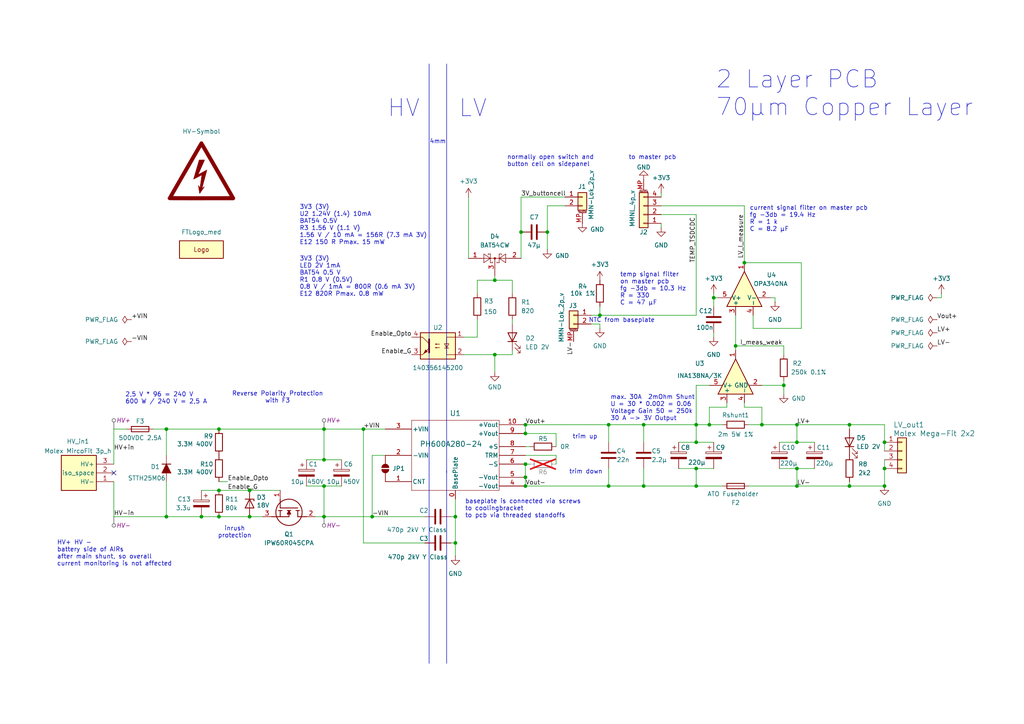
<source format=kicad_sch>
(kicad_sch (version 20250114) (generator "eeschema") (generator_version "9.0")
  (paper "A4")
  (title_block (title "TS-DCDC") (date "2024-12-12") (rev "0.5"))
  (lib_symbols
    (symbol "2024-11-18_21-41-11:PH600A280-24" (pin_names (offset 0.254))
      (property "Reference" "U" (at 17.272 6.604 0))
      (property "Value" "PH600A280-24" (at 20.32 -1.778 0))
      (symbol "PH600A280-24_1_1"
        (pin power_in line (at 0 2.54 0) (length 7.62) (name "+VIN") (number "3"))
        (pin power_in line (at 0 -5.08 0) (length 7.62) (name "-VIN") (number "2"))
        (pin input line (at 0 -12.7 0) (length 7.62) (name "CNT") (number "1"))
        (pin passive line (at 20.32 -17.78 90) (length 2.54) (name "BasePlate") (number "0"))
        (pin power_out line (at 40.64 3.81 180) (length 7.62) (name "+Vout") (number "10"))
        (pin power_out line (at 40.64 1.27 180) (length 7.62) (name "+Vout") (number "9"))
        (pin input line (at 40.64 -2.54 180) (length 7.62) (name "+S") (number "8"))
        (pin input line (at 40.64 -5.08 180) (length 7.62) (name "TRM") (number "7"))
        (pin input line (at 40.64 -7.62 180) (length 7.62) (name "-S") (number "6"))
        (pin power_out line (at 40.64 -11.43 180) (length 7.62) (name "-Vout") (number "5"))
        (pin power_out line (at 40.64 -13.97 180) (length 7.62) (name "-Vout") (number "4"))
      )
    )
    (symbol "43650-0317:43650-0317"
      (property "Reference" "HV_in1" (at 18.542 -11.938 0))
      (property "Value" "Molex MircoFit 3p_h" (at 11.43 -9.398 0))
      (symbol "43650-0317_1_1"
        (pin power_out line (at 0 0 0) (length 5.08) (name "HV+") (number "3"))
        (pin passive line (at 0 -2.54 0) (length 5.08) (name "iso_space") (number "2"))
        (pin power_out line (at 0 -5.08 0) (length 5.08) (name "HV-") (number "1"))
      )
    )
    (symbol "Amplifier_Current:INA138" (pin_names (offset 0.127))
      (property "Reference" "U" (at 3.81 5.08 0))
      (property "Value" "INA138" (at 3.81 2.54 0))
      (symbol "INA138_1_1"
        (pin input line (at -7.62 2.54 0) (length 2.54) (name "+") (number "3"))
        (pin input line (at -7.62 -2.54 0) (length 2.54) (name "-") (number "4"))
        (pin power_in line (at -2.54 7.62 270) (length 3.81) (name "V+") (number "5"))
        (pin power_in line (at -2.54 -7.62 90) (length 3.81) (name "GND") (number "2"))
        (pin output line (at 7.62 0 180) (length 2.54) (name "~") (number "1"))
      )
    )
    (symbol "Amplifier_Operational:OPA340NA" (pin_names (offset 0.127))
      (property "Reference" "U" (at -1.27 6.35 0))
      (property "Value" "OPA340NA" (at -1.27 3.81 0))
      (symbol "OPA340NA_0_1"
        (pin power_in line (at -2.54 7.62 270) (length 3.81) (name "V+") (number "5"))
        (pin power_in line (at -2.54 -7.62 90) (length 3.81) (name "V-") (number "2"))
      )
      (symbol "OPA340NA_1_1"
        (pin input line (at -7.62 2.54 0) (length 2.54) (name "+") (number "3"))
        (pin input line (at -7.62 -2.54 0) (length 2.54) (name "-") (number "4"))
        (pin output line (at 7.62 0 180) (length 2.54) (name "~") (number "1"))
      )
    )
    (symbol "Conn_01x04_1" (pin_names (offset 1.016) (hide yes))
      (property "Reference" "LV_out1" (at -2.54 7.62 0))
      (property "Value" "Molex Mega-Fit 2x2" (at -2.54 5.08 0))
      (symbol "Conn_01x04_1_1_1"
        (pin power_in line (at -5.08 2.54 0) (length 3.81) (name "Pin_1") (number "1"))
        (pin power_in line (at -5.08 0 0) (length 3.81) (name "Pin_2") (number "2"))
        (pin power_in line (at -5.08 -2.54 0) (length 3.81) (name "Pin_3") (number "3"))
        (pin power_in line (at -5.08 -5.08 0) (length 3.81) (name "Pin_4") (number "4"))
      )
    )
    (symbol "Connector_Generic_MountingPin:Conn_01x02_MountingPin" (pin_names (offset 1.016) (hide yes))
      (property "Reference" "J" (at 0 2.54 0))
      (property "Value" "Conn_01x02_MountingPin" (at 1.27 -5.08 0))
      (symbol "Conn_01x02_MountingPin_1_1"
        (text "Mounting" (at 0 -4.191 0) (effects (font (size 0.381 0.381))))
        (pin passive line (at -5.08 0 0) (length 3.81) (name "Pin_1") (number "1"))
        (pin passive line (at -5.08 -2.54 0) (length 3.81) (name "Pin_2") (number "2"))
        (pin passive line (at 0 -7.62 90) (length 3.048) (name "MountPin") (number "MP"))
      )
    )
    (symbol "Connector_Generic_MountingPin:Conn_01x04_MountingPin" (pin_names (offset 1.016) (hide yes))
      (property "Reference" "J" (at 0 5.08 0))
      (property "Value" "Conn_01x04_MountingPin" (at 1.27 -7.62 0))
      (symbol "Conn_01x04_MountingPin_1_1"
        (text "Mounting" (at 0 -6.731 0) (effects (font (size 0.381 0.381))))
        (pin passive line (at -5.08 2.54 0) (length 3.81) (name "Pin_1") (number "1"))
        (pin passive line (at -5.08 0 0) (length 3.81) (name "Pin_2") (number "2"))
        (pin passive line (at -5.08 -2.54 0) (length 3.81) (name "Pin_3") (number "3"))
        (pin passive line (at -5.08 -5.08 0) (length 3.81) (name "Pin_4") (number "4"))
        (pin passive line (at 0 -10.16 90) (length 3.048) (name "MountPin") (number "MP"))
      )
    )
    (symbol "Device:C" (pin_numbers (hide yes)) (pin_names (offset 0.254))
      (property "Reference" "C" (at 0.635 2.54 0))
      (property "Value" "C" (at 0.635 -2.54 0))
      (symbol "C_1_1"
        (pin passive line (at 0 3.81 270) (length 2.794) (name "~") (number "1"))
        (pin passive line (at 0 -3.81 90) (length 2.794) (name "~") (number "2"))
      )
    )
    (symbol "Device:C_Polarized" (pin_numbers (hide yes)) (pin_names (offset 0.254))
      (property "Reference" "C" (at 0.635 2.54 0))
      (property "Value" "C_Polarized" (at 0.635 -2.54 0))
      (symbol "C_Polarized_1_1"
        (pin passive line (at 0 3.81 270) (length 2.794) (name "~") (number "1"))
        (pin passive line (at 0 -3.81 90) (length 2.794) (name "~") (number "2"))
      )
    )
    (symbol "Device:D_Filled" (pin_numbers (hide yes)) (pin_names (offset 1.016) (hide yes))
      (property "Reference" "D" (at 0 2.54 0))
      (property "Value" "D_Filled" (at 0 -2.54 0))
      (symbol "D_Filled_1_1"
        (pin passive line (at -3.81 0 0) (length 2.54) (name "K") (number "1"))
        (pin passive line (at 3.81 0 180) (length 2.54) (name "A") (number "2"))
      )
    )
    (symbol "Device:D_Zener" (pin_numbers (hide yes)) (pin_names (offset 1.016) (hide yes))
      (property "Reference" "D" (at 0 2.54 0))
      (property "Value" "D_Zener" (at 0 -2.54 0))
      (symbol "D_Zener_1_1"
        (pin passive line (at -3.81 0 0) (length 2.54) (name "K") (number "1"))
        (pin passive line (at 3.81 0 180) (length 2.54) (name "A") (number "2"))
      )
    )
    (symbol "Device:Fuse" (pin_numbers (hide yes)) (pin_names (offset 0))
      (property "Reference" "F" (at 2.032 0 90))
      (property "Value" "Fuse" (at -1.905 0 90))
      (symbol "Fuse_1_1"
        (pin passive line (at 0 3.81 270) (length 1.27) (name "~") (number "1"))
        (pin passive line (at 0 -3.81 90) (length 1.27) (name "~") (number "2"))
      )
    )
    (symbol "Device:LED" (pin_numbers (hide yes)) (pin_names (offset 1.016) (hide yes))
      (property "Reference" "D" (at 0 2.54 0))
      (property "Value" "LED" (at 0 -2.54 0))
      (symbol "LED_1_1"
        (pin passive line (at -3.81 0 0) (length 2.54) (name "K") (number "1"))
        (pin passive line (at 3.81 0 180) (length 2.54) (name "A") (number "2"))
      )
    )
    (symbol "Device:R" (pin_numbers (hide yes)) (pin_names (offset 0))
      (property "Reference" "R" (at 2.032 0 90))
      (property "Value" "R" (at 0 0 90))
      (symbol "R_1_1"
        (pin passive line (at 0 3.81 270) (length 1.27) (name "~") (number "1"))
        (pin passive line (at 0 -3.81 90) (length 1.27) (name "~") (number "2"))
      )
    )
    (symbol "Diode:BAT54CW" (pin_names (offset 1.016))
      (property "Reference" "D" (at 0.635 -3.81 0))
      (property "Value" "BAT54CW" (at -6.35 3.175 0))
      (symbol "BAT54CW_1_1"
        (pin passive line (at -7.62 0 0) (length 3.81) (name "~") (number "1"))
        (pin passive line (at 0 -5.08 90) (length 5.08) (name "~") (number "3"))
        (pin passive line (at 7.62 0 180) (length 3.81) (name "~") (number "2"))
      )
    )
    (symbol "FaSTTUBe_logos:FTLogo_med"
      (property "Value" "FTLogo_med" (at 0 -3.81 0))
      (symbol "FTLogo_med_0_0"
        (text "Logo" (at 0 0 0) (effects (font (size 1.27 1.27))))
      )
    )
    (symbol "FaSTTUBe_logos:HV-Symbol" (pin_names (offset 1.016))
      (property "Value" "HV-Symbol" (at 0 -10.16 0))
    )
    (symbol "Fuse_1" (pin_numbers (hide yes)) (pin_names (offset 0))
      (property "Reference" "F2" (at 4.826 0 90))
      (property "Value" "ATO Fuseholder" (at 2.286 0.762 90))
      (symbol "Fuse_1_1_1"
        (pin passive line (at 0 3.81 270) (length 1.27) (name "~") (number "1"))
        (pin passive line (at 0 -3.81 90) (length 1.27) (name "~") (number "2"))
      )
    )
    (symbol "IPW60R045CPA:IPW60R045CPA" (pin_names (hide yes))
      (property "Reference" "Q" (at 11.43 3.81 0))
      (property "Value" "IPW60R045CPA" (at 11.43 1.27 0))
      (symbol "IPW60R045CPA_1_1"
        (pin passive line (at 0 0 0) (length 2.54) (name "G") (number "1"))
        (pin passive line (at 7.62 10.16 270) (length 2.54) (name "D") (number "2"))
        (pin passive line (at 7.62 -5.08 90) (length 2.54) (name "S") (number "3"))
      )
    )
    (symbol "Jumper:SolderJumper_2_Open" (pin_numbers (hide yes)) (pin_names (offset 0) (hide yes)) (exclude_from_sim yes) (in_bom no)
      (property "Reference" "JP" (at 0 2.032 0))
      (property "Value" "SolderJumper_2_Open" (at 0 -2.54 0))
      (symbol "SolderJumper_2_Open_1_1"
        (pin passive line (at -3.81 0 0) (length 2.54) (name "A") (number "1"))
        (pin passive line (at 3.81 0 180) (length 2.54) (name "B") (number "2"))
      )
    )
    (symbol "Relay_SolidState:34.81-7048"
      (property "Reference" "U2" (at 0 5.334 0))
      (property "Value" "140356145200" (at 0 -6.35 0))
      (symbol "34.81-7048_1_1"
        (pin passive line (at -7.62 2.54 0) (length 2.54) (name "") (number "1"))
        (pin passive line (at -7.62 -2.54 0) (length 2.54) (name "~") (number "2"))
        (pin passive line (at 7.62 2.54 180) (length 2.54) (name "~") (number "4"))
        (pin passive line (at 7.62 -2.54 180) (length 2.54) (name "~") (number "3"))
      )
    )
    (symbol "power:+3V3" (power) (pin_numbers (hide yes)) (pin_names (offset 0) (hide yes))
      (property "Value" "+3V3" (at 0 3.556 0))
      (symbol "+3V3_1_1"
        (pin power_in line (at 0 0 90) (length 0) (name "~") (number "1"))
      )
    )
    (symbol "power:GND" (power) (pin_numbers (hide yes)) (pin_names (offset 0) (hide yes))
      (property "Value" "GND" (at 0 -3.81 0))
      (symbol "GND_1_1"
        (pin power_in line (at 0 0 270) (length 0) (name "~") (number "1"))
      )
    )
    (symbol "power:PWR_FLAG" (power) (pin_numbers (hide yes)) (pin_names (offset 0) (hide yes))
      (property "Value" "PWR_FLAG" (at 0 3.81 0))
      (symbol "PWR_FLAG_0_0"
        (pin power_out line (at 0 0 90) (length 0) (name "~") (number "1"))
      )
    )
  )
  (text "trim down" (at 169.926 136.906 0) (effects (font (size 1.27 1.27))))
  (text "inrush\nprotection" (at 68.072 154.432 0) (effects (font (size 1.27 1.27))))
  (text "3V3 (3V)\nU2 1.24V (1.4) 10mA\nBAT54 0.5V\nR3 1.56 V (1.1 V)\n1.56 V / 10 mA = 156R (7.3 mA 3V)\nE12 150 R Pmax. 15 mW\n" (at 86.868 65.278 0) (effects (font (size 1.27 1.27)) (justify left)))
  (text "max. 30A  2mOhm Shunt \nU = 30 * 0.002 = 0.06\nVoltage Gain 50 = 250k\n30 A -> 3V Output\n" (at 177.038 118.364 0) (effects (font (size 1.27 1.27)) (justify left)))
  (text "trim up" (at 169.672 126.746 0) (effects (font (size 1.27 1.27))))
  (text "2,5 V * 96 = 240 V\n600 W / 240 V = 2,5 A\n" (at 36.322 115.57 0) (effects (font (size 1.27 1.27)) (justify left)))
  (text "current signal filter on master pcb\nfg -3db = 19.4 Hz\nR = 1 k\nC = 8.2 µF\n" (at 217.424 63.5 0) (effects (font (size 1.27 1.27)) (justify left)))
  (text "LV" (at 137.16 31.496 0) (effects (font (size 5 5))))
  (text "4mm" (at 127 41.148 0) (effects (font (size 1.27 1.27))))
  (text "normally open switch and\nbutton cell on sidepanel\n " (at 147.066 44.958 0) (effects (font (size 1.27 1.27)) (justify left top)))
  (text "NTC from baseplate" (at 180.34 92.964 0) (effects (font (size 1.27 1.27))))
  (text "HV" (at 117.094 31.496 0) (effects (font (size 5 5))))
  (text "3V3 (3V)\nLED 2V 1mA\nBAT54 0.5 V \nR1 0.8 V (0.5V)\n0.8 V / 1mA = 800R (0.6 mA 3V)\nE12 820R Pmax. 0.8 mW" (at 86.868 80.264 0) (effects (font (size 1.27 1.27)) (justify left)))
  (text "HV+ HV -\nbattery side of AIRs\nafter main shunt, so overall \ncurrent monitoring is not affected" (at 16.51 160.528 0) (effects (font (size 1.27 1.27)) (justify left)))
  (text "to master pcb" (at 189.23 45.72 0) (effects (font (size 1.27 1.27))))
  (text "baseplate is connected via screws \nto coolingbracket\nto pcb via threaded standoffs\n" (at 134.874 147.574 0) (effects (font (size 1.27 1.27)) (justify left)))
  (text "temp signal filter \non master pcb\nfg -3db = 10.3 Hz\nR = 330\nC = 47 µF" (at 179.832 83.82 0) (effects (font (size 1.27 1.27)) (justify left)))
  (text "Reverse Polarity Protection\nwith F3" (at 80.518 115.316 0) (effects (font (size 1.27 1.27))))
  (text "2 Layer PCB \n70µm Copper Layer\n" (at 207.518 27.178 0) (effects (font (size 5 5)) (justify left)))
  (junction (at 152.4 134.62))
  (junction (at 186.69 123.19))
  (junction (at 207.01 86.36))
  (junction (at 63.5 124.46))
  (junction (at 48.26 124.46))
  (junction (at 143.51 81.28))
  (junction (at 201.93 128.27))
  (junction (at 107.95 149.86))
  (junction (at 213.36 100.33))
  (junction (at 48.26 149.86))
  (junction (at 231.14 123.19))
  (junction (at 176.53 123.19))
  (junction (at 105.41 124.46))
  (junction (at 151.13 67.31))
  (junction (at 152.4 138.43))
  (junction (at 201.93 135.89))
  (junction (at 152.4 123.19))
  (junction (at 246.38 123.19))
  (junction (at 132.08 157.48))
  (junction (at 72.39 142.24))
  (junction (at 152.4 140.97))
  (junction (at 205.74 123.19))
  (junction (at 201.93 123.19))
  (junction (at 176.53 140.97))
  (junction (at 72.39 149.86))
  (junction (at 231.14 128.27))
  (junction (at 231.14 135.89))
  (junction (at 93.98 149.86))
  (junction (at 173.99 91.44))
  (junction (at 158.75 67.31))
  (junction (at 152.4 125.73))
  (junction (at 201.93 140.97))
  (junction (at 220.98 123.19))
  (junction (at 132.08 149.86))
  (junction (at 256.54 128.27))
  (junction (at 58.42 149.86))
  (junction (at 93.98 124.46))
  (junction (at 186.69 140.97))
  (junction (at 93.98 140.97))
  (junction (at 215.9 76.2))
  (junction (at 246.38 140.97))
  (junction (at 256.54 135.89))
  (junction (at 227.33 111.76))
  (junction (at 256.54 140.97))
  (junction (at 143.51 102.87))
  (junction (at 231.14 140.97))
  (junction (at 63.5 149.86))
  (junction (at 93.98 133.35))
  (junction (at 63.5 142.24))
  (no_connect (at 33.02 137.16))
  (wire (pts (xy 231.14 135.89) (xy 231.14 140.97)))
  (wire (pts (xy 132.08 144.78) (xy 132.08 149.86)))
  (wire (pts (xy 72.39 142.24) (xy 81.28 142.24)))
  (wire (pts (xy 231.14 128.27) (xy 236.22 128.27)))
  (wire (pts (xy 48.26 149.86) (xy 58.42 149.86)))
  (wire (pts (xy 33.02 139.7) (xy 33.02 149.86)))
  (wire (pts (xy 176.53 123.19) (xy 176.53 128.27)))
  (wire (pts (xy 176.53 135.89) (xy 176.53 140.97)))
  (wire (pts (xy 158.75 59.69) (xy 158.75 67.31)))
  (wire (pts (xy 148.59 102.87) (xy 148.59 101.6)))
  (wire (pts (xy 201.93 123.19) (xy 205.74 123.19)))
  (wire (pts (xy 107.95 132.08) (xy 107.95 149.86)))
  (wire (pts (xy 152.4 134.62) (xy 153.67 134.62)))
  (wire (pts (xy 226.06 128.27) (xy 231.14 128.27)))
  (wire (pts (xy 72.39 149.86) (xy 76.2 149.86)))
  (wire (pts (xy 107.95 132.08) (xy 111.76 132.08)))
  (wire (pts (xy 201.93 111.76) (xy 205.74 111.76)))
  (wire (pts (xy 143.51 81.28) (xy 143.51 80.01)))
  (wire (pts (xy 273.05 86.36) (xy 271.78 86.36)))
  (wire (pts (xy 151.13 57.15) (xy 163.83 57.15)))
  (wire (pts (xy 132.08 149.86) (xy 130.81 149.86)))
  (wire (pts (xy 201.93 62.23) (xy 201.93 91.44)))
  (wire (pts (xy 152.4 132.08) (xy 161.29 132.08)))
  (wire (pts (xy 173.99 93.98) (xy 171.45 93.98)))
  (wire (pts (xy 138.43 81.28) (xy 138.43 85.09)))
  (wire (pts (xy 44.45 124.46) (xy 48.26 124.46)))
  (wire (pts (xy 93.98 133.35) (xy 99.06 133.35)))
  (wire (pts (xy 205.74 123.19) (xy 209.55 123.19)))
  (wire (pts (xy 33.02 124.46) (xy 36.83 124.46)))
  (wire (pts (xy 134.62 97.79) (xy 138.43 97.79)))
  (wire (pts (xy 207.01 96.52) (xy 207.01 97.79)))
  (wire (pts (xy 201.93 111.76) (xy 201.93 123.19)))
  (wire (pts (xy 210.82 116.84) (xy 210.82 118.11)))
  (wire (pts (xy 210.82 118.11) (xy 205.74 118.11)))
  (wire (pts (xy 135.89 57.15) (xy 135.89 74.93)))
  (wire (pts (xy 33.02 124.46) (xy 33.02 134.62)))
  (wire (pts (xy 218.44 95.25) (xy 232.41 95.25)))
  (wire (pts (xy 161.29 134.62) (xy 161.29 132.08)))
  (wire (pts (xy 227.33 111.76) (xy 227.33 114.3)))
  (wire (pts (xy 152.4 123.19) (xy 176.53 123.19)))
  (polyline (pts (xy 124.46 18.542) (xy 124.46 192.405)))
  (wire (pts (xy 208.28 86.36) (xy 207.01 86.36)))
  (wire (pts (xy 191.77 66.04) (xy 191.77 64.77)))
  (wire (pts (xy 151.13 57.15) (xy 151.13 67.31)))
  (wire (pts (xy 152.4 138.43) (xy 152.4 134.62)))
  (wire (pts (xy 33.02 149.86) (xy 48.26 149.86)))
  (wire (pts (xy 217.17 140.97) (xy 231.14 140.97)))
  (wire (pts (xy 105.41 157.48) (xy 123.19 157.48)))
  (wire (pts (xy 105.41 124.46) (xy 111.76 124.46)))
  (wire (pts (xy 143.51 81.28) (xy 148.59 81.28)))
  (wire (pts (xy 143.51 102.87) (xy 148.59 102.87)))
  (wire (pts (xy 220.98 118.11) (xy 220.98 123.19)))
  (wire (pts (xy 66.04 139.7) (xy 63.5 139.7)))
  (wire (pts (xy 63.5 142.24) (xy 58.42 142.24)))
  (wire (pts (xy 224.79 87.63) (xy 224.79 86.36)))
  (wire (pts (xy 186.69 123.19) (xy 201.93 123.19)))
  (wire (pts (xy 152.4 129.54) (xy 153.67 129.54)))
  (wire (pts (xy 88.9 133.35) (xy 93.98 133.35)))
  (wire (pts (xy 213.36 91.44) (xy 213.36 100.33)))
  (wire (pts (xy 186.69 140.97) (xy 201.93 140.97)))
  (wire (pts (xy 173.99 88.9) (xy 173.99 91.44)))
  (wire (pts (xy 107.95 149.86) (xy 123.19 149.86)))
  (wire (pts (xy 63.5 149.86) (xy 72.39 149.86)))
  (wire (pts (xy 213.36 100.33) (xy 227.33 100.33)))
  (wire (pts (xy 173.99 91.44) (xy 201.93 91.44)))
  (wire (pts (xy 186.69 123.19) (xy 186.69 128.27)))
  (wire (pts (xy 220.98 111.76) (xy 227.33 111.76)))
  (wire (pts (xy 201.93 128.27) (xy 207.01 128.27)))
  (wire (pts (xy 186.69 135.89) (xy 186.69 140.97)))
  (wire (pts (xy 201.93 135.89) (xy 201.93 140.97)))
  (wire (pts (xy 158.75 67.31) (xy 158.75 72.39)))
  (wire (pts (xy 220.98 118.11) (xy 215.9 118.11)))
  (wire (pts (xy 226.06 135.89) (xy 231.14 135.89)))
  (wire (pts (xy 93.98 124.46) (xy 93.98 133.35)))
  (polyline (pts (xy 129.54 136.525) (xy 129.54 192.405)))
  (wire (pts (xy 93.98 140.97) (xy 99.06 140.97)))
  (wire (pts (xy 152.4 123.19) (xy 152.4 125.73)))
  (wire (pts (xy 191.77 57.15) (xy 191.77 55.88)))
  (wire (pts (xy 232.41 76.2) (xy 215.9 76.2)))
  (wire (pts (xy 201.93 140.97) (xy 209.55 140.97)))
  (wire (pts (xy 161.29 125.73) (xy 152.4 125.73)))
  (wire (pts (xy 93.98 124.46) (xy 105.41 124.46)))
  (wire (pts (xy 48.26 139.7) (xy 48.26 149.86)))
  (wire (pts (xy 205.74 118.11) (xy 205.74 123.19)))
  (wire (pts (xy 138.43 81.28) (xy 143.51 81.28)))
  (wire (pts (xy 196.85 128.27) (xy 201.93 128.27)))
  (wire (pts (xy 196.85 135.89) (xy 201.93 135.89)))
  (wire (pts (xy 232.41 95.25) (xy 232.41 76.2)))
  (wire (pts (xy 93.98 140.97) (xy 88.9 140.97)))
  (wire (pts (xy 163.83 59.69) (xy 158.75 59.69)))
  (wire (pts (xy 246.38 124.46) (xy 246.38 123.19)))
  (wire (pts (xy 176.53 123.19) (xy 186.69 123.19)))
  (wire (pts (xy 213.36 100.33) (xy 213.36 101.6)))
  (wire (pts (xy 224.79 86.36) (xy 223.52 86.36)))
  (wire (pts (xy 173.99 91.44) (xy 171.45 91.44)))
  (wire (pts (xy 231.14 135.89) (xy 236.22 135.89)))
  (wire (pts (xy 217.17 123.19) (xy 220.98 123.19)))
  (wire (pts (xy 215.9 59.69) (xy 215.9 76.2)))
  (wire (pts (xy 231.14 140.97) (xy 246.38 140.97)))
  (wire (pts (xy 231.14 123.19) (xy 231.14 128.27)))
  (wire (pts (xy 201.93 135.89) (xy 207.01 135.89)))
  (wire (pts (xy 191.77 59.69) (xy 215.9 59.69)))
  (polyline (pts (xy 129.54 18.542) (xy 129.54 137.16)))
  (wire (pts (xy 152.4 140.97) (xy 152.4 138.43)))
  (wire (pts (xy 48.26 132.08) (xy 48.26 124.46)))
  (wire (pts (xy 143.51 102.87) (xy 143.51 107.95)))
  (wire (pts (xy 152.4 140.97) (xy 176.53 140.97)))
  (wire (pts (xy 93.98 149.86) (xy 107.95 149.86)))
  (wire (pts (xy 256.54 128.27) (xy 256.54 130.81)))
  (wire (pts (xy 256.54 133.35) (xy 256.54 135.89)))
  (wire (pts (xy 246.38 123.19) (xy 256.54 123.19)))
  (wire (pts (xy 63.5 142.24) (xy 72.39 142.24)))
  (wire (pts (xy 176.53 140.97) (xy 186.69 140.97)))
  (wire (pts (xy 148.59 92.71) (xy 148.59 93.98)))
  (wire (pts (xy 48.26 124.46) (xy 63.5 124.46)))
  (wire (pts (xy 91.44 149.86) (xy 93.98 149.86)))
  (wire (pts (xy 173.99 93.98) (xy 173.99 95.25)))
  (wire (pts (xy 215.9 118.11) (xy 215.9 116.84)))
  (wire (pts (xy 138.43 92.71) (xy 138.43 97.79)))
  (wire (pts (xy 256.54 135.89) (xy 256.54 140.97)))
  (wire (pts (xy 151.13 67.31) (xy 151.13 74.93)))
  (wire (pts (xy 58.42 149.86) (xy 63.5 149.86)))
  (wire (pts (xy 148.59 81.28) (xy 148.59 85.09)))
  (wire (pts (xy 161.29 129.54) (xy 161.29 125.73)))
  (wire (pts (xy 246.38 139.7) (xy 246.38 140.97)))
  (wire (pts (xy 132.08 157.48) (xy 130.81 157.48)))
  (wire (pts (xy 132.08 161.29) (xy 132.08 157.48)))
  (wire (pts (xy 105.41 124.46) (xy 105.41 157.48)))
  (wire (pts (xy 273.05 85.09) (xy 273.05 86.36)))
  (wire (pts (xy 63.5 124.46) (xy 93.98 124.46)))
  (wire (pts (xy 227.33 100.33) (xy 227.33 102.87)))
  (wire (pts (xy 220.98 123.19) (xy 231.14 123.19)))
  (wire (pts (xy 207.01 86.36) (xy 207.01 85.09)))
  (wire (pts (xy 132.08 149.86) (xy 132.08 157.48)))
  (wire (pts (xy 256.54 140.97) (xy 246.38 140.97)))
  (wire (pts (xy 256.54 123.19) (xy 256.54 128.27)))
  (wire (pts (xy 207.01 86.36) (xy 207.01 88.9)))
  (wire (pts (xy 227.33 110.49) (xy 227.33 111.76)))
  (wire (pts (xy 143.51 102.87) (xy 134.62 102.87)))
  (wire (pts (xy 231.14 123.19) (xy 246.38 123.19)))
  (wire (pts (xy 201.93 62.23) (xy 191.77 62.23)))
  (wire (pts (xy 218.44 95.25) (xy 218.44 91.44)))
  (wire (pts (xy 93.98 149.86) (xy 93.98 140.97)))
  (wire (pts (xy 201.93 123.19) (xy 201.93 128.27)))
  (label "LV+" (at 231.14 123.19 0))
  (label "+VIN" (at 38.1 92.71 0))
  (label "LV-" (at 231.14 140.97 0))
  (label "Vout-" (at 152.4 140.97 0))
  (label "TEMP_TSDCDC" (at 201.93 76.2 90))
  (label "LV-" (at 271.78 100.33 0))
  (label "Vout+" (at 271.78 92.71 0))
  (label "-VIN" (at 38.1 99.06 0))
  (label "-VIN" (at 107.95 149.86 0))
  (label "LV_I_measure" (at 215.9 74.93 90))
  (label "HV+in" (at 33.02 130.81 0))
  (label "I_meas_weak" (at 214.63 100.33 0))
  (label "3V_buttoncell" (at 151.13 57.15 0))
  (label "LV-" (at 166.37 99.06 270))
  (label "Enable_G" (at 66.04 142.24 0))
  (label "HV-in" (at 33.02 149.86 0))
  (label "Enable_Opto" (at 66.04 139.7 0))
  (label "Vout+" (at 152.4 123.19 0))
  (label "Enable_G" (at 119.38 102.87 180))
  (label "Enable_Opto" (at 119.38 97.79 180))
  (label "+VIN" (at 105.41 124.46 0))
  (label "LV+" (at 271.78 96.52 0))
  (netclass_flag "" (length 2.54) (shape round) (at 33.02 124.46 0) (property "Netclass" "HV+" (at 33.7185 121.92 0) (effects (font (italic yes)) (justify left))))
  (netclass_flag "" (length 2.54) (shape round) (at 33.02 149.86 180) (property "Netclass" "HV-" (at 33.7185 152.4 0) (effects (font (italic yes)) (justify left))))
  (netclass_flag "" (length 2.54) (shape round) (at 93.98 124.46 0) (property "Netclass" "HV+" (at 94.6785 121.92 0) (effects (font (italic yes)) (justify left))))
  (netclass_flag "" (length 2.54) (shape round) (at 93.98 149.86 180) (property "Netclass" "HV-" (at 94.6785 152.4 0) (effects (font (italic yes)) (justify left))))
  (symbol (lib_id "Device:LED") (at 148.59 97.79 90) (unit 1)
    (property "Reference" "D2" (at 152.4 98.1074 90) (effects (justify right)))
    (property "Value" "LED 2V" (at 152.4 100.6474 90) (effects (justify right)))
    (property "Footprint" "LED_SMD:LED_0603_1608Metric" (effects (hide yes)))
    (property "Description" "Light emitting diode" (effects (hide yes)))
  )
  (symbol (lib_id "Device:C_Polarized") (at 196.85 132.08 0) (unit 1)
    (property "Reference" "C8" (at 200.152 129.794 0) (effects (justify right)))
    (property "Value" "220µ" (at 204.724 134.112 0) (effects (justify right)))
    (property "Footprint" "Capacitor_THT:CP_Radial_D10.0mm_P5.00mm" (effects (hide yes)))
    (property "Datasheet" "https://mou.sr/3E8B9GR" (effects (hide yes)))
    (property "Description" "Polarized capacitor" (effects (hide yes)))
  )
  (symbol (lib_id "Device:C") (at 176.53 132.08 0) (unit 1)
    (property "Reference" "C4" (at 178.816 130.81 0) (effects (justify left)))
    (property "Value" "22n" (at 178.816 133.35 0) (effects (justify left)))
    (property "Footprint" "Capacitor_SMD:C_1206_3216Metric" (effects (hide yes)))
    (property "Description" "Unpolarized capacitor" (effects (hide yes)))
  )
  (symbol (lib_id "Device:R") (at 246.38 135.89 0) (unit 1)
    (property "Reference" "R8" (at 248.92 134.6199 0) (effects (justify left)))
    (property "Value" "2k2" (at 248.92 137.1599 0) (effects (justify left)))
    (property "Footprint" "Resistor_SMD:R_0603_1608Metric" (effects (hide yes)))
    (property "Description" "Resistor" (effects (hide yes)))
  )
  (symbol (lib_id "Connector_Generic_MountingPin:Conn_01x04_MountingPin") (at 186.69 62.23 180) (unit 1)
    (property "Reference" "J2" (at 186.69 67.31 0))
    (property "Value" "MMNL_4p_v" (at 183.388 60.452 90))
    (property "Footprint" "FaSTTUBe_connectors:Micro_Mate-N-Lok_4p_vertical" (effects (hide yes)))
    (property "Description" "Generic connectable mounting pin connector, single row, 01x04, script generated (kicad-library-utils/schlib/autogen/connector/)" (effects (hide yes)))
  )
  (symbol (lib_id "power:GND") (at 256.54 140.97 0) (unit 1)
    (property "Reference" "#PWR01" (effects (hide yes)))
    (property "Value" "GND" (at 256.54 146.05 0))
    (property "Description" "Power symbol creates a global label with name \"GND\" , ground" (effects (hide yes)))
  )
  (symbol (lib_id "Device:R") (at 157.48 129.54 90) (unit 1)
    (property "Reference" "R5" (at 157.48 127.254 90))
    (property "Value" "0R" (at 163.83 129.54 90))
    (property "Footprint" "Resistor_SMD:R_0603_1608Metric" (effects (hide yes)))
    (property "Description" "Resistor" (effects (hide yes)))
  )
  (symbol (lib_id "power:PWR_FLAG") (at 38.1 92.71 90) (unit 1)
    (property "Reference" "#FLG02" (effects (hide yes)))
    (property "Value" "PWR_FLAG" (at 34.29 92.7099 90) (effects (justify left)))
    (property "Description" "Special symbol for telling ERC where power comes from" (effects (hide yes)))
  )
  (symbol (lib_id "power:+3V3") (at 191.77 55.88 0) (mirror y) (unit 1)
    (property "Reference" "#PWR05" (effects (hide yes)))
    (property "Value" "+3V3" (at 191.77 51.562 0))
    (property "Description" "Power symbol creates a global label with name \"+3V3\"" (effects (hide yes)))
  )
  (symbol (lib_id "Amplifier_Operational:OPA340NA") (at 215.9 83.82 90) (unit 1)
    (property "Reference" "U4" (at 223.774 79.756 90))
    (property "Value" "OPA340NA" (at 223.52 82.296 90))
    (property "Footprint" "Package_TO_SOT_SMD:SOT-23-5" (effects (hide yes)))
    (property "Datasheet" "http://www.ti.com/lit/ds/symlink/opa340.pdf" (effects (hide yes)))
    (property "Description" "Single Single-Supply, Rail-to-Rail Operational Amplifier, MicroAmplifier Series, SOT-23-5" (effects (hide yes)))
  )
  (symbol (lib_id "Jumper:SolderJumper_2_Open") (at 111.76 135.89 90) (unit 1) (in_bom no)
    (property "Reference" "JP1" (at 113.792 135.89 90) (effects (justify right)))
    (property "Value" "SolderJumper_2_Open" (effects (hide yes)))
    (property "Footprint" "Jumper:SolderJumper-2_P1.3mm_Open_RoundedPad1.0x1.5mm" (effects (hide yes)))
    (property "Description" "Solder Jumper, 2-pole, open" (effects (hide yes)))
  )
  (symbol (lib_id "Device:C_Polarized") (at 226.06 132.08 0) (unit 1)
    (property "Reference" "C10" (at 230.632 129.794 0) (effects (justify right)))
    (property "Value" "220µ" (at 231.394 134.366 0) (effects (justify right)))
    (property "Footprint" "Capacitor_THT:CP_Radial_D10.0mm_P5.00mm" (effects (hide yes)))
    (property "Datasheet" "https://mou.sr/3E8B9GR" (effects (hide yes)))
    (property "Description" "Polarized capacitor" (effects (hide yes)))
  )
  (symbol (lib_id "Device:LED") (at 246.38 128.27 90) (unit 1)
    (property "Reference" "D5" (at 248.412 127 90) (effects (justify right)))
    (property "Value" "LED 2V" (at 248.412 129.54 90) (effects (justify right)))
    (property "Footprint" "LED_SMD:LED_0603_1608Metric" (effects (hide yes)))
    (property "Description" "Light emitting diode" (effects (hide yes)))
  )
  (symbol (lib_id "Device:C_Polarized") (at 88.9 137.16 0) (unit 1)
    (property "Reference" "C1" (at 92.202 134.62 0) (effects (justify right)))
    (property "Value" "10µ 450V" (at 93.98 139.7 0) (effects (justify right)))
    (property "Footprint" "Capacitor_THT:CP_Radial_D12.5mm_P5.00mm" (effects (hide yes)))
    (property "Datasheet" "https://www.mouser.de/ProductDetail/KEMET/ESZ106M450AK5AA?qs=sGAEpiMZZMvwFf0viD3Y3fHxNcSaiftw0pmshQ94%2F5xScmFOjO6%2FmQ%3D%3D" (effects (hide yes)))
    (property "Description" "Polarized capacitor" (effects (hide yes)))
  )
  (symbol (lib_id "Device:C") (at 127 149.86 90) (unit 1)
    (property "Reference" "C2" (at 122.936 148.082 90))
    (property "Value" "470p 2kV Y Class" (at 120.904 153.67 90))
    (property "Footprint" "footprints:VY1471M29Y5UC63V0" (effects (hide yes)))
    (property "Datasheet" "https://www.vishay.com/docs/28537/vy1series.pdf" (effects (hide yes)))
    (property "Description" "Unpolarized capacitor" (effects (hide yes)))
  )
  (symbol (lib_id "power:PWR_FLAG") (at 271.78 100.33 90) (unit 1)
    (property "Reference" "#FLG05" (effects (hide yes)))
    (property "Value" "PWR_FLAG" (at 267.97 100.3299 90) (effects (justify left)))
    (property "Description" "Special symbol for telling ERC where power comes from" (effects (hide yes)))
  )
  (symbol (lib_id "Device:C_Polarized") (at 207.01 132.08 0) (unit 1)
    (property "Reference" "C9" (at 210.312 129.794 0) (effects (justify right)))
    (property "Value" "220µ" (effects (hide yes)))
    (property "Footprint" "Capacitor_THT:CP_Radial_D10.0mm_P5.00mm" (effects (hide yes)))
    (property "Datasheet" "https://mou.sr/3E8B9GR" (effects (hide yes)))
    (property "Description" "Polarized capacitor" (effects (hide yes)))
  )
  (symbol (lib_id "Device:R") (at 148.59 88.9 0) (unit 1)
    (property "Reference" "R1" (at 151.13 87.6299 0) (effects (justify left)))
    (property "Value" "820" (at 151.13 90.1699 0) (effects (justify left)))
    (property "Footprint" "Resistor_SMD:R_0603_1608Metric" (effects (hide yes)))
    (property "Description" "Resistor" (effects (hide yes)))
  )
  (symbol (lib_id "power:GND") (at 207.01 97.79 0) (unit 1)
    (property "Reference" "#PWR013" (effects (hide yes)))
    (property "Value" "GND" (at 207.01 102.87 0))
    (property "Description" "Power symbol creates a global label with name \"GND\" , ground" (effects (hide yes)))
  )
  (symbol (lib_id "2024-11-18_21-41-11:PH600A280-24") (at 111.76 127 0) (unit 1)
    (property "Reference" "U1" (at 132.08 119.888 0) (effects (font (size 1.524 1.524))))
    (property "Value" "PH600A280-24" (at 130.81 128.778 0) (effects (font (size 1.524 1.524))))
    (property "Footprint" "PH300A_thru_PH600A_TDK" (effects (hide yes)))
    (property "Datasheet" "PH600A280-24" (effects (hide yes)))
  )
  (symbol (lib_id "power:PWR_FLAG") (at 271.78 86.36 90) (unit 1)
    (property "Reference" "#FLG01" (effects (hide yes)))
    (property "Value" "PWR_FLAG" (at 267.97 86.36 90) (effects (justify left)))
    (property "Description" "Special symbol for telling ERC where power comes from" (effects (hide yes)))
  )
  (symbol (lib_id "Device:C") (at 154.94 67.31 90) (unit 1)
    (property "Reference" "C7" (at 154.94 62.992 90))
    (property "Value" "47µ" (at 154.94 71.12 90))
    (property "Footprint" "Capacitor_SMD:C_1210_3225Metric" (effects (hide yes)))
    (property "Description" "Unpolarized capacitor" (effects (hide yes)))
  )
  (symbol (lib_id "power:+3V3") (at 173.99 81.28 0) (mirror y) (unit 1)
    (property "Reference" "#PWR08" (effects (hide yes)))
    (property "Value" "+3V3" (at 173.99 76.708 0))
    (property "Description" "Power symbol creates a global label with name \"+3V3\"" (effects (hide yes)))
  )
  (symbol (lib_id "FaSTTUBe_logos:HV-Symbol") (at 58.42 49.53 0) (unit 1)
    (property "Reference" "#Logo2" (effects (hide yes)))
    (property "Value" "HV-Symbol" (at 58.4225 38.1 0))
    (property "Footprint" "FaSTTUBe_logos:HV-Warning" (effects (hide yes)))
  )
  (symbol (lib_id "power:GND") (at 227.33 114.3 0) (unit 1)
    (property "Reference" "#PWR02" (effects (hide yes)))
    (property "Value" "GND" (at 231.648 115.57 0))
    (property "Description" "Power symbol creates a global label with name \"GND\" , ground" (effects (hide yes)))
  )
  (symbol (lib_id "Device:C_Polarized") (at 58.42 146.05 0) (mirror y) (unit 1)
    (property "Reference" "C13" (at 55.372 144.78 0) (effects (justify left)))
    (property "Value" "3.3u" (at 55.372 147.32 0) (effects (justify left)))
    (property "Footprint" "Capacitor_SMD:C_0805_2012Metric" (effects (hide yes)))
    (property "Datasheet" "https://www.mouser.de/ProductDetail/Vishay-Sprague/TMCP1C335MTRF?qs=WatphXlIDnw3%252BW9g7D2QaA%3D%3D" (effects (hide yes)))
    (property "Description" "Polarized capacitor" (effects (hide yes)))
  )
  (symbol (lib_id "Device:R") (at 63.5 146.05 0) (unit 1)
    (property "Reference" "R11" (at 65.278 144.78 0) (effects (justify left)))
    (property "Value" "80k" (at 65.278 147.32 0) (effects (justify left)))
    (property "Footprint" "Resistor_SMD:R_0603_1608Metric" (effects (hide yes)))
    (property "Description" "Resistor" (effects (hide yes)))
  )
  (symbol (lib_id "Device:C_Polarized") (at 236.22 132.08 0) (unit 1)
    (property "Reference" "C11" (at 240.792 129.794 0) (effects (justify right)))
    (property "Value" "220µ" (at 241.808 134.366 0) (effects (justify right)))
    (property "Footprint" "Capacitor_THT:CP_Radial_D10.0mm_P5.00mm" (effects (hide yes)))
    (property "Datasheet" "https://mou.sr/3E8B9GR" (effects (hide yes)))
    (property "Description" "Polarized capacitor" (effects (hide yes)))
  )
  (symbol (lib_id "power:GND") (at 132.08 161.29 0) (unit 1)
    (property "Reference" "#PWR010" (effects (hide yes)))
    (property "Value" "GND" (at 132.08 166.37 0))
    (property "Description" "Power symbol creates a global label with name \"GND\" , ground" (effects (hide yes)))
  )
  (symbol (lib_id "Relay_SolidState:34.81-7048") (at 127 100.33 0) (mirror y) (unit 1)
    (property "Reference" "U2" (at 127 94.996 0))
    (property "Value" "140356145200" (at 127 106.68 0))
    (property "Footprint" "footprints:SOP254P700X210-4N" (effects (hide yes)))
    (property "Datasheet" "https://www.we-online.com/components/products/datasheet/140356145200.pdf" (effects (hide yes)))
    (property "Description" "Ultra-Slim Solid-State Relay, 0.1A, 48V DC output switching" (effects (hide yes)))
  )
  (symbol (lib_id "Device:R") (at 63.5 128.27 0) (unit 1)
    (property "Reference" "R9" (at 60.452 126.492 0))
    (property "Value" "3.3M 400V" (at 61.722 128.778 0) (effects (justify right)))
    (property "Footprint" "Resistor_SMD:R_1206_3216Metric" (effects (hide yes)))
    (property "Description" "Resistor" (effects (hide yes)))
  )
  (symbol (lib_name "Conn_01x04_1") (lib_id "Connector_Generic:Conn_01x04") (at 261.62 130.81 0) (unit 1)
    (property "Reference" "LV_out1" (at 259.08 123.19 0) (effects (font (size 1.524 1.524)) (justify left)))
    (property "Value" "Molex Mega-Fit 2x2" (at 259.08 125.73 0) (effects (font (size 1.524 1.524)) (justify left)))
    (property "Footprint" "footprints:CONN_SD-76825-0100_04_MOL" (effects (hide yes)))
    (property "Datasheet" "https://www.molex.com/en-us/products/part-detail/768250004" (effects (hide yes)))
    (property "Description" "Generic connector, single row, 01x04, script generated (kicad-library-utils/schlib/autogen/connector/)" (effects (hide yes)))
  )
  (symbol (lib_id "Device:Fuse") (at 40.64 124.46 90) (mirror x) (unit 1)
    (property "Reference" "F3" (at 40.64 122.174 90))
    (property "Value" "500VDC 2.5A" (at 40.64 127 90))
    (property "Footprint" "footprints:0ACG5000TE" (effects (hide yes)))
    (property "Datasheet" "https://www.mouser.de/ProductDetail/Bel-Fuse/0ACG-2500-TE?qs=stqOd1AaK79slGARTZO0fA%3D%3D" (effects (hide yes)))
    (property "Description" "Fuse" (effects (hide yes)))
  )
  (symbol (lib_id "IPW60R045CPA:IPW60R045CPA") (at 81.28 142.24 270) (unit 1)
    (property "Reference" "Q1" (at 83.82 154.94 90))
    (property "Value" "IPW60R045CPA" (at 83.82 157.48 90))
    (property "Footprint" "TO544P516X1586X2557-3P" (effects (hide yes)))
    (property "Datasheet" "https://ms.componentsearchengine.com/Datasheets/1/IPW60R045CPA.pdf" (effects (hide yes)))
    (property "Description" "MOSFET N-Ch 600V 60A TO247-3 CoolMOS CPA" (effects (hide yes)))
    (property "Height" "5.16" (effects (hide yes)))
    (property "Mouser Part Number" "726-IPW60R045CPA" (effects (hide yes)))
    (property "Mouser Price/Stock" "https://www.mouser.co.uk/ProductDetail/Infineon-Technologies/IPW60R045CPA?qs=z8VqzZ%252B0FRNIFPzd7%2FeVZw%3D%3D" (effects (hide yes)))
    (property "Manufacturer_Name" "Infineon" (effects (hide yes)))
    (property "Manufacturer_Part_Number" "IPW60R045CPA" (effects (hide yes)))
  )
  (symbol (lib_id "power:+3V3") (at 135.89 57.15 0) (unit 1)
    (property "Reference" "#PWR09" (effects (hide yes)))
    (property "Value" "+3V3" (at 135.89 52.578 0))
    (property "Description" "Power symbol creates a global label with name \"+3V3\"" (effects (hide yes)))
  )
  (symbol (lib_id "power:PWR_FLAG") (at 38.1 99.06 90) (unit 1)
    (property "Reference" "#FLG03" (effects (hide yes)))
    (property "Value" "PWR_FLAG" (at 34.29 99.0599 90) (effects (justify left)))
    (property "Description" "Special symbol for telling ERC where power comes from" (effects (hide yes)))
  )
  (symbol (lib_id "Device:C_Polarized") (at 99.06 137.16 0) (unit 1)
    (property "Reference" "C6" (at 102.362 134.62 0) (effects (justify right)))
    (property "Value" "10µ 450V" (at 104.394 139.7 0) (effects (justify right)))
    (property "Footprint" "Capacitor_THT:CP_Radial_D12.5mm_P5.00mm" (effects (hide yes)))
    (property "Datasheet" "https://www.mouser.de/ProductDetail/KEMET/ESZ106M450AK5AA?qs=sGAEpiMZZMvwFf0viD3Y3fHxNcSaiftw0pmshQ94%2F5xScmFOjO6%2FmQ%3D%3D" (effects (hide yes)))
    (property "Description" "Polarized capacitor" (effects (hide yes)))
  )
  (symbol (lib_id "power:GND") (at 173.99 95.25 0) (unit 1)
    (property "Reference" "#PWR06" (effects (hide yes)))
    (property "Value" "GND" (at 173.99 100.33 0))
    (property "Description" "Power symbol creates a global label with name \"GND\" , ground" (effects (hide yes)))
  )
  (symbol (lib_id "Device:R") (at 173.99 85.09 0) (unit 1)
    (property "Reference" "R4" (at 167.64 83.058 0) (effects (justify left)))
    (property "Value" "10k 1%" (at 165.354 85.09 0) (effects (justify left)))
    (property "Footprint" "Resistor_SMD:R_0603_1608Metric" (effects (hide yes)))
    (property "Description" "Resistor" (effects (hide yes)))
  )
  (symbol (lib_id "Device:D_Filled") (at 48.26 135.89 270) (unit 1)
    (property "Reference" "D1" (at 43.688 135.382 90) (effects (justify left)))
    (property "Value" "STTH25M06" (at 37.084 138.684 90) (effects (justify left)))
    (property "Footprint" "Package_TO_SOT_THT:TO-220F-2_Vertical" (effects (hide yes)))
    (property "Datasheet" "https://www.st.com/en/diodes-and-rectifiers/stth25m06.html" (effects (hide yes)))
    (property "Description" "Diode, filled shape" (effects (hide yes)))
    (property "Sim.Device" "D" (effects (hide yes)))
    (property "Sim.Pins" "1=K 2=A" (effects (hide yes)))
  )
  (symbol (lib_id "Device:R") (at 157.48 134.62 90) (unit 1) (dnp yes)
    (property "Reference" "R6" (at 157.48 136.906 90))
    (property "Value" "R" (effects (hide yes)))
    (property "Footprint" "Resistor_SMD:R_0603_1608Metric" (effects (hide yes)))
    (property "Description" "Resistor" (effects (hide yes)))
  )
  (symbol (lib_name "Fuse_1") (lib_id "Device:Fuse") (at 213.36 140.97 90) (mirror x) (unit 1)
    (property "Reference" "F2" (at 213.36 145.796 90))
    (property "Value" "ATO Fuseholder" (at 212.598 143.256 90))
    (property "Footprint" "footprints:01000066Z" (effects (hide yes)))
    (property "Datasheet" "https://www.littelfuse.com/assetdocs/littelfuse_fuseclip_100_datasheet.pdf?assetguid=9960882e-3537-4a71-b411-c6d6ebc326a9" (effects (hide yes)))
    (property "Description" "Fuse" (effects (hide yes)))
  )
  (symbol (lib_id "Device:R") (at 213.36 123.19 90) (unit 1)
    (property "Reference" "Rshunt1" (at 213.36 120.396 90))
    (property "Value" "2m 5W 1%" (at 213.36 125.984 90))
    (property "Footprint" "Resistor_SMD:R_2512_6332Metric" (effects (hide yes)))
    (property "Datasheet" "https://www.mouser.de/datasheet/2/54/css2h_2512-1862180.pdf" (effects (hide yes)))
    (property "Description" "Resistor" (effects (hide yes)))
  )
  (symbol (lib_id "power:+3V3") (at 273.05 85.09 0) (mirror y) (unit 1)
    (property "Reference" "#PWR014" (effects (hide yes)))
    (property "Value" "+3V3" (at 273.05 80.772 0))
    (property "Description" "Power symbol creates a global label with name \"+3V3\"" (effects (hide yes)))
  )
  (symbol (lib_id "Device:R") (at 63.5 135.89 0) (unit 1)
    (property "Reference" "R10" (at 59.944 134.62 0))
    (property "Value" "3.3M 400V" (at 61.722 136.906 0) (effects (justify right)))
    (property "Footprint" "Resistor_SMD:R_1206_3216Metric" (effects (hide yes)))
    (property "Description" "Resistor" (effects (hide yes)))
  )
  (symbol (lib_id "Diode:BAT54CW") (at 143.51 74.93 0) (unit 1)
    (property "Reference" "D4" (at 143.51 68.58 0))
    (property "Value" "BAT54CW" (at 143.51 71.12 0))
    (property "Footprint" "Package_TO_SOT_SMD:SOT-323_SC-70" (effects (hide yes)))
    (property "Datasheet" "https://assets.nexperia.com/documents/data-sheet/BAT54W_SER.pdf" (effects (hide yes)))
    (property "Description" "Dual schottky barrier diode, common cathode, SOT-323" (effects (hide yes)))
  )
  (symbol (lib_id "Device:C") (at 207.01 92.71 0) (unit 1)
    (property "Reference" "C12" (at 202.692 90.17 0) (effects (justify left)))
    (property "Value" "100n" (at 201.93 94.996 0) (effects (justify left)))
    (property "Footprint" "Capacitor_SMD:C_0603_1608Metric" (effects (hide yes)))
    (property "Description" "Unpolarized capacitor" (effects (hide yes)))
  )
  (symbol (lib_id "Device:C") (at 127 157.48 270) (unit 1)
    (property "Reference" "C3" (at 122.936 156.21 90))
    (property "Value" "470p 2kV Y Class" (at 121.158 161.544 90))
    (property "Footprint" "footprints:VY1471M29Y5UC63V0" (effects (hide yes)))
    (property "Datasheet" "https://www.vishay.com/docs/28537/vy1series.pdf" (effects (hide yes)))
    (property "Description" "Unpolarized capacitor" (effects (hide yes)))
  )
  (symbol (lib_id "Device:R") (at 227.33 106.68 0) (unit 1)
    (property "Reference" "R2" (at 229.87 105.4099 0) (effects (justify left)))
    (property "Value" "250k 0.1%" (at 229.362 107.95 0) (effects (justify left)))
    (property "Footprint" "Resistor_SMD:R_0805_2012Metric" (effects (hide yes)))
    (property "Datasheet" "https://www.mouser.de/datasheet/2/385/SEI_RNCF-3077647.pdf" (effects (hide yes)))
    (property "Description" "Resistor" (effects (hide yes)))
  )
  (symbol (lib_id "FaSTTUBe_logos:FTLogo_med") (at 58.42 72.39 0) (unit 1)
    (property "Reference" "#Logo1" (effects (hide yes)))
    (property "Value" "FTLogo_med" (at 58.42 67.31 0))
    (property "Footprint" "FaSTTUBe_logos:FTLogo_medium" (effects (hide yes)))
  )
  (symbol (lib_id "power:GND") (at 168.91 64.77 0) (unit 1)
    (property "Reference" "#PWR015" (effects (hide yes)))
    (property "Value" "GND" (at 173.228 66.548 0))
    (property "Description" "Power symbol creates a global label with name \"GND\" , ground" (effects (hide yes)))
  )
  (symbol (lib_id "power:GND") (at 224.79 87.63 0) (unit 1)
    (property "Reference" "#PWR011" (effects (hide yes)))
    (property "Value" "GND" (at 224.79 92.71 0))
    (property "Description" "Power symbol creates a global label with name \"GND\" , ground" (effects (hide yes)))
  )
  (symbol (lib_id "power:+3V3") (at 207.01 85.09 0) (mirror y) (unit 1)
    (property "Reference" "#PWR012" (effects (hide yes)))
    (property "Value" "+3V3" (at 207.01 80.772 0))
    (property "Description" "Power symbol creates a global label with name \"+3V3\"" (effects (hide yes)))
  )
  (symbol (lib_id "Connector_Generic_MountingPin:Conn_01x02_MountingPin") (at 166.37 91.44 0) (mirror y) (unit 1)
    (property "Reference" "J3" (at 167.386 88.646 0) (effects (justify left)))
    (property "Value" "MMN-Lok_2p_v" (at 162.814 99.314 90) (effects (justify left)))
    (property "Footprint" "FaSTTUBe_connectors:Micro_Mate-N-Lok_2p_vertical" (effects (hide yes)))
    (property "Description" "Generic connectable mounting pin connector, single row, 01x02, script generated (kicad-library-utils/schlib/autogen/connector/)" (effects (hide yes)))
  )
  (symbol (lib_id "Device:R") (at 138.43 88.9 0) (unit 1)
    (property "Reference" "R3" (at 141.732 87.376 0))
    (property "Value" "150" (at 142.24 90.424 0))
    (property "Footprint" "Resistor_SMD:R_0603_1608Metric" (effects (hide yes)))
    (property "Description" "Resistor" (effects (hide yes)))
  )
  (symbol (lib_id "power:PWR_FLAG") (at 271.78 92.71 90) (unit 1)
    (property "Reference" "#FLG06" (effects (hide yes)))
    (property "Value" "PWR_FLAG" (at 267.97 92.7099 90) (effects (justify left)))
    (property "Description" "Special symbol for telling ERC where power comes from" (effects (hide yes)))
  )
  (symbol (lib_id "power:GND") (at 143.51 107.95 0) (unit 1)
    (property "Reference" "#PWR07" (effects (hide yes)))
    (property "Value" "GND" (at 143.51 112.268 0))
    (property "Description" "Power symbol creates a global label with name \"GND\" , ground" (effects (hide yes)))
  )
  (symbol (lib_id "43650-0317:43650-0317") (at 33.02 134.62 0) (mirror y) (unit 1)
    (property "Reference" "HV_in1" (at 22.606 128.016 0))
    (property "Value" "Molex MircoFit 3p_h" (at 22.606 130.81 0))
    (property "Footprint" "Connector_Molex:Molex_Micro-Fit_3.0_43650-0310_1x03-1MP_P3.00mm_Horizontal_PnP" (effects (hide yes)))
    (property "Datasheet" "https://www.molex.com/en-us/products/part-detail/436500310?display=pdf" (effects (hide yes)))
    (property "Description" "Micro-Fit 3.0 Vertical Header, 3.00mm Pitch, Single Row, 3 Circuits, with PCB Polarizing Peg, Glow-Wire Capable, Black" (effects (hide yes)))
    (property "Height" "9.9" (effects (hide yes)))
    (property "Mouser Part Number" "538-43650-0317" (effects (hide yes)))
    (property "Mouser Price/Stock" "https://www.mouser.co.uk/ProductDetail/Molex/43650-0317?qs=Nb99Pa9xYq%2Fi%252B%2FVbiejqUg%3D%3D" (effects (hide yes)))
    (property "Manufacturer_Name" "Molex" (effects (hide yes)))
    (property "Manufacturer_Part_Number" "43650-0317" (effects (hide yes)))
  )
  (symbol (lib_id "power:GND") (at 158.75 72.39 0) (unit 1)
    (property "Reference" "#PWR04" (effects (hide yes)))
    (property "Value" "GND" (at 163.068 74.168 0))
    (property "Description" "Power symbol creates a global label with name \"GND\" , ground" (effects (hide yes)))
  )
  (symbol (lib_id "power:PWR_FLAG") (at 271.78 96.52 90) (unit 1)
    (property "Reference" "#FLG04" (effects (hide yes)))
    (property "Value" "PWR_FLAG" (at 267.97 96.5199 90) (effects (justify left)))
    (property "Description" "Special symbol for telling ERC where power comes from" (effects (hide yes)))
  )
  (symbol (lib_id "Amplifier_Current:INA138") (at 213.36 109.22 90) (unit 1)
    (property "Reference" "U3" (at 202.946 105.41 90))
    (property "Value" "INA138NA/3K" (at 202.946 108.966 90))
    (property "Footprint" "Package_TO_SOT_SMD:SOT-23-5" (effects (hide yes)))
    (property "Datasheet" "https://www.ti.com/lit/ds/symlink/ina138.pdf?ts=1734802735399&ref_url=https%253A%252F%252Fwww.mouser.de%252F" (effects (hide yes)))
    (property "Description" "High-Side Measurement Current Shunt Monitor, 36V, SOT-23-5" (effects (hide yes)))
  )
  (symbol (lib_id "Device:D_Zener") (at 72.39 146.05 270) (unit 1)
    (property "Reference" "D3" (at 74.422 144.272 90) (effects (justify left)))
    (property "Value" "18V" (at 74.422 146.558 90) (effects (justify left)))
    (property "Footprint" "Diode_SMD:D_SOD-123" (effects (hide yes)))
    (property "Datasheet" "https://assets.nexperia.com/documents/data-sheet/BZT52_SER.pdf" (effects (hide yes)))
    (property "Description" "BZT52C18" (effects (hide yes)))
  )
  (symbol (lib_id "power:GND") (at 186.69 52.07 180) (unit 1)
    (property "Reference" "#PWR016" (effects (hide yes)))
    (property "Value" "GND" (at 186.69 48.514 0))
    (property "Description" "Power symbol creates a global label with name \"GND\" , ground" (effects (hide yes)))
  )
  (symbol (lib_id "Connector_Generic_MountingPin:Conn_01x02_MountingPin") (at 168.91 57.15 0) (unit 1)
    (property "Reference" "J1" (at 167.64 54.102 0) (effects (justify left)))
    (property "Value" "MMN-Lok_2p_v" (at 171.45 63.754 90) (effects (justify left)))
    (property "Footprint" "FaSTTUBe_connectors:Micro_Mate-N-Lok_2p_vertical" (effects (hide yes)))
    (property "Description" "Generic connectable mounting pin connector, single row, 01x02, script generated (kicad-library-utils/schlib/autogen/connector/)" (effects (hide yes)))
  )
  (symbol (lib_id "Device:C") (at 186.69 132.08 0) (unit 1)
    (property "Reference" "C5" (at 188.976 130.81 0) (effects (justify left)))
    (property "Value" "2.2µ" (at 188.976 133.35 0) (effects (justify left)))
    (property "Footprint" "Capacitor_SMD:C_0603_1608Metric" (effects (hide yes)))
    (property "Description" "Unpolarized capacitor" (effects (hide yes)))
  )
  (symbol (lib_id "power:GND") (at 191.77 66.04 0) (mirror y) (unit 1)
    (property "Reference" "#PWR03" (effects (hide yes)))
    (property "Value" "GND" (at 191.77 71.12 0))
    (property "Description" "Power symbol creates a global label with name \"GND\" , ground" (effects (hide yes)))
  )
)
</source>
